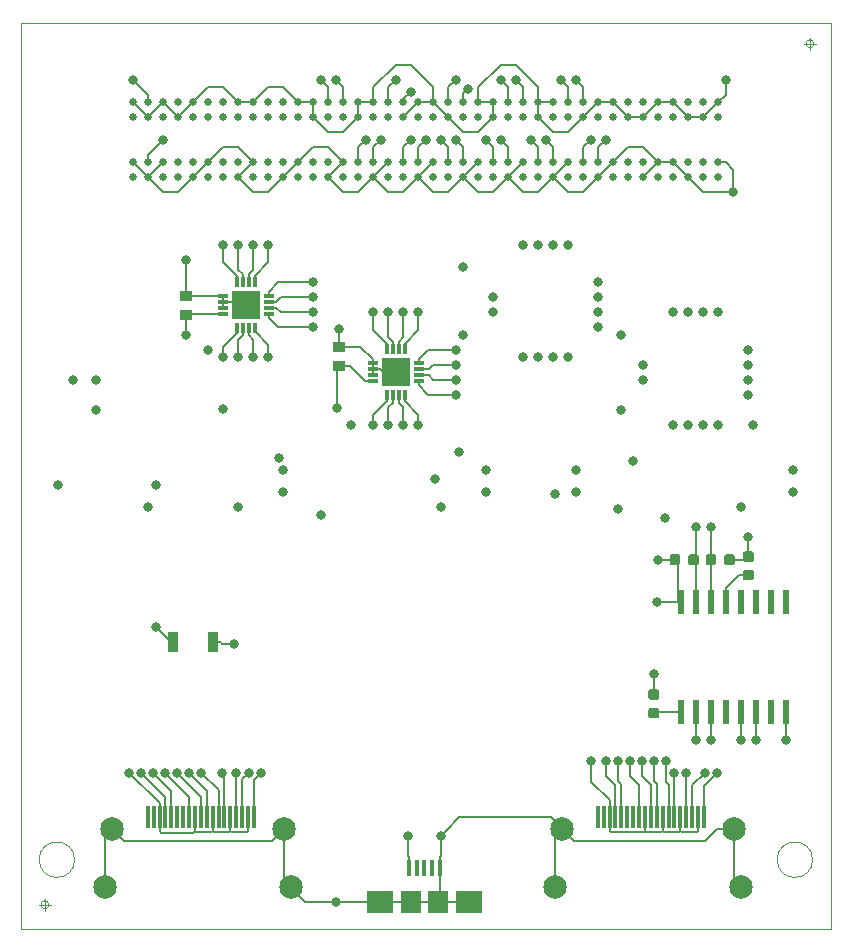
<source format=gtl>
%TF.GenerationSoftware,KiCad,Pcbnew,(5.1.5-0-10_14)*%
%TF.CreationDate,2020-01-10T14:35:19+01:00*%
%TF.ProjectId,adapter_hybrid_assister,61646170-7465-4725-9f68-79627269645f,rev?*%
%TF.SameCoordinates,PX6312cb0PY8accb70*%
%TF.FileFunction,Copper,L1,Top*%
%TF.FilePolarity,Positive*%
%FSLAX45Y45*%
G04 Gerber Fmt 4.5, Leading zero omitted, Abs format (unit mm)*
G04 Created by KiCad (PCBNEW (5.1.5-0-10_14)) date 2020-01-10 14:35:19*
%MOMM*%
%LPD*%
G04 APERTURE LIST*
%TA.AperFunction,Profile*%
%ADD10C,0.050000*%
%TD*%
%TA.AperFunction,Profile*%
%ADD11C,0.100000*%
%TD*%
%TA.AperFunction,SMDPad,CuDef*%
%ADD12R,1.000000X0.950000*%
%TD*%
%TA.AperFunction,SMDPad,CuDef*%
%ADD13R,2.400000X2.400000*%
%TD*%
%TA.AperFunction,SMDPad,CuDef*%
%ADD14R,0.850000X0.300000*%
%TD*%
%TA.AperFunction,SMDPad,CuDef*%
%ADD15R,0.300000X0.850000*%
%TD*%
%TA.AperFunction,SMDPad,CuDef*%
%ADD16C,0.100000*%
%TD*%
%TA.AperFunction,SMDPad,CuDef*%
%ADD17R,0.810000X1.820000*%
%TD*%
%TA.AperFunction,SMDPad,CuDef*%
%ADD18R,0.600000X2.060000*%
%TD*%
%TA.AperFunction,SMDPad,CuDef*%
%ADD19R,2.300000X1.900000*%
%TD*%
%TA.AperFunction,SMDPad,CuDef*%
%ADD20R,1.800000X1.900000*%
%TD*%
%TA.AperFunction,SMDPad,CuDef*%
%ADD21R,0.400000X1.400000*%
%TD*%
%TA.AperFunction,BGAPad,CuDef*%
%ADD22C,0.640000*%
%TD*%
%TA.AperFunction,ComponentPad*%
%ADD23C,1.995000*%
%TD*%
%TA.AperFunction,SMDPad,CuDef*%
%ADD24R,0.300000X1.900000*%
%TD*%
%TA.AperFunction,ViaPad*%
%ADD25C,0.800000*%
%TD*%
%TA.AperFunction,Conductor*%
%ADD26C,0.200000*%
%TD*%
G04 APERTURE END LIST*
D10*
X6713533Y7493000D02*
G75*
G03X6713533Y7493000I-33333J0D01*
G01*
X6630200Y7493000D02*
X6730200Y7493000D01*
X6680200Y7543000D02*
X6680200Y7443000D01*
X236533Y203200D02*
G75*
G03X236533Y203200I-33333J0D01*
G01*
X153200Y203200D02*
X253200Y203200D01*
X203200Y253200D02*
X203200Y153200D01*
X454800Y584200D02*
G75*
G03X454800Y584200I-150000J0D01*
G01*
X6703200Y584200D02*
G75*
G03X6703200Y584200I-150000J0D01*
G01*
X0Y0D02*
X0Y7670800D01*
X6858000Y7670800D02*
X6858000Y0D01*
D11*
X0Y7670800D02*
X6858000Y7670800D01*
X6858000Y0D02*
X0Y0D01*
D12*
%TO.P,C6,2*%
%TO.N,GNDREF*%
X1397000Y5359400D03*
%TO.P,C6,1*%
%TO.N,3.3V*%
X1397000Y5199400D03*
%TD*%
%TO.P,C8,2*%
%TO.N,GNDREF*%
X2692400Y4927600D03*
%TO.P,C8,1*%
%TO.N,3.3V*%
X2692400Y4767600D03*
%TD*%
D13*
%TO.P,U6,17*%
%TO.N,GNDREF*%
X1905000Y5283200D03*
D14*
%TO.P,U6,16*%
%TO.N,3.3V*%
X2100000Y5358200D03*
%TO.P,U6,15*%
%TO.N,PE*%
X2100000Y5308200D03*
%TO.P,U6,14*%
%TO.N,3.3V*%
X2100000Y5258200D03*
%TO.P,U6,13*%
X2100000Y5208200D03*
D15*
%TO.P,U6,12*%
%TO.N,H_TRG_1P*%
X1980000Y5088200D03*
%TO.P,U6,11*%
%TO.N,H_TRG_1N*%
X1930000Y5088200D03*
%TO.P,U6,10*%
%TO.N,H_BCLK_1P*%
X1880000Y5088200D03*
%TO.P,U6,9*%
%TO.N,H_BCLK_1N*%
X1830000Y5088200D03*
D14*
%TO.P,U6,8*%
%TO.N,3.3V*%
X1710000Y5208200D03*
%TO.P,U6,7*%
%TO.N,GNDREF*%
X1710000Y5258200D03*
%TO.P,U6,6*%
X1710000Y5308200D03*
%TO.P,U6,5*%
X1710000Y5358200D03*
D15*
%TO.P,U6,4*%
%TO.N,BCLK_1N*%
X1830000Y5478200D03*
%TO.P,U6,3*%
%TO.N,BCLK_1P*%
X1880000Y5478200D03*
%TO.P,U6,2*%
%TO.N,TRG_1N*%
X1930000Y5478200D03*
%TO.P,U6,1*%
%TO.N,TRG_1P*%
X1980000Y5478200D03*
%TD*%
D13*
%TO.P,U8,17*%
%TO.N,GNDREF*%
X3175000Y4711700D03*
D14*
%TO.P,U8,16*%
%TO.N,3.3V*%
X3370000Y4786700D03*
%TO.P,U8,15*%
%TO.N,PE*%
X3370000Y4736700D03*
%TO.P,U8,14*%
%TO.N,3.3V*%
X3370000Y4686700D03*
%TO.P,U8,13*%
X3370000Y4636700D03*
D15*
%TO.P,U8,12*%
%TO.N,H_TRG_2P*%
X3250000Y4516700D03*
%TO.P,U8,11*%
%TO.N,H_TRG_2N*%
X3200000Y4516700D03*
%TO.P,U8,10*%
%TO.N,H_BCLK_2P*%
X3150000Y4516700D03*
%TO.P,U8,9*%
%TO.N,H_BCLK_2N*%
X3100000Y4516700D03*
D14*
%TO.P,U8,8*%
%TO.N,3.3V*%
X2980000Y4636700D03*
%TO.P,U8,7*%
%TO.N,GNDREF*%
X2980000Y4686700D03*
%TO.P,U8,6*%
X2980000Y4736700D03*
%TO.P,U8,5*%
X2980000Y4786700D03*
D15*
%TO.P,U8,4*%
%TO.N,BCLK_2N*%
X3100000Y4906700D03*
%TO.P,U8,3*%
%TO.N,BCLK_2P*%
X3150000Y4906700D03*
%TO.P,U8,2*%
%TO.N,TRG_2N*%
X3200000Y4906700D03*
%TO.P,U8,1*%
%TO.N,TRG_2P*%
X3250000Y4906700D03*
%TD*%
%TA.AperFunction,SMDPad,CuDef*%
D16*
%TO.P,R31,2*%
%TO.N,SDA1B*%
G36*
X5718719Y3171595D02*
G01*
X5720843Y3171280D01*
X5722925Y3170758D01*
X5724946Y3170035D01*
X5726887Y3169117D01*
X5728728Y3168013D01*
X5730452Y3166735D01*
X5732043Y3165293D01*
X5733485Y3163702D01*
X5734763Y3161978D01*
X5735867Y3160137D01*
X5736785Y3158196D01*
X5737508Y3156175D01*
X5738030Y3154093D01*
X5738345Y3151969D01*
X5738450Y3149825D01*
X5738450Y3098575D01*
X5738345Y3096431D01*
X5738030Y3094307D01*
X5737508Y3092225D01*
X5736785Y3090204D01*
X5735867Y3088263D01*
X5734763Y3086422D01*
X5733485Y3084698D01*
X5732043Y3083107D01*
X5730452Y3081665D01*
X5728728Y3080387D01*
X5726887Y3079283D01*
X5724946Y3078365D01*
X5722925Y3077642D01*
X5720843Y3077120D01*
X5718719Y3076805D01*
X5716575Y3076700D01*
X5672825Y3076700D01*
X5670681Y3076805D01*
X5668557Y3077120D01*
X5666475Y3077642D01*
X5664454Y3078365D01*
X5662513Y3079283D01*
X5660672Y3080387D01*
X5658948Y3081665D01*
X5657357Y3083107D01*
X5655915Y3084698D01*
X5654637Y3086422D01*
X5653533Y3088263D01*
X5652615Y3090204D01*
X5651892Y3092225D01*
X5651370Y3094307D01*
X5651055Y3096431D01*
X5650950Y3098575D01*
X5650950Y3149825D01*
X5651055Y3151969D01*
X5651370Y3154093D01*
X5651892Y3156175D01*
X5652615Y3158196D01*
X5653533Y3160137D01*
X5654637Y3161978D01*
X5655915Y3163702D01*
X5657357Y3165293D01*
X5658948Y3166735D01*
X5660672Y3168013D01*
X5662513Y3169117D01*
X5664454Y3170035D01*
X5666475Y3170758D01*
X5668557Y3171280D01*
X5670681Y3171595D01*
X5672825Y3171700D01*
X5716575Y3171700D01*
X5718719Y3171595D01*
G37*
%TD.AperFunction*%
%TA.AperFunction,SMDPad,CuDef*%
%TO.P,R31,1*%
%TO.N,3.3V*%
G36*
X5561219Y3171595D02*
G01*
X5563343Y3171280D01*
X5565425Y3170758D01*
X5567446Y3170035D01*
X5569387Y3169117D01*
X5571228Y3168013D01*
X5572952Y3166735D01*
X5574543Y3165293D01*
X5575985Y3163702D01*
X5577263Y3161978D01*
X5578367Y3160137D01*
X5579285Y3158196D01*
X5580008Y3156175D01*
X5580530Y3154093D01*
X5580845Y3151969D01*
X5580950Y3149825D01*
X5580950Y3098575D01*
X5580845Y3096431D01*
X5580530Y3094307D01*
X5580008Y3092225D01*
X5579285Y3090204D01*
X5578367Y3088263D01*
X5577263Y3086422D01*
X5575985Y3084698D01*
X5574543Y3083107D01*
X5572952Y3081665D01*
X5571228Y3080387D01*
X5569387Y3079283D01*
X5567446Y3078365D01*
X5565425Y3077642D01*
X5563343Y3077120D01*
X5561219Y3076805D01*
X5559075Y3076700D01*
X5515325Y3076700D01*
X5513181Y3076805D01*
X5511057Y3077120D01*
X5508975Y3077642D01*
X5506954Y3078365D01*
X5505013Y3079283D01*
X5503172Y3080387D01*
X5501448Y3081665D01*
X5499857Y3083107D01*
X5498415Y3084698D01*
X5497137Y3086422D01*
X5496033Y3088263D01*
X5495115Y3090204D01*
X5494392Y3092225D01*
X5493870Y3094307D01*
X5493555Y3096431D01*
X5493450Y3098575D01*
X5493450Y3149825D01*
X5493555Y3151969D01*
X5493870Y3154093D01*
X5494392Y3156175D01*
X5495115Y3158196D01*
X5496033Y3160137D01*
X5497137Y3161978D01*
X5498415Y3163702D01*
X5499857Y3165293D01*
X5501448Y3166735D01*
X5503172Y3168013D01*
X5505013Y3169117D01*
X5506954Y3170035D01*
X5508975Y3170758D01*
X5511057Y3171280D01*
X5513181Y3171595D01*
X5515325Y3171700D01*
X5559075Y3171700D01*
X5561219Y3171595D01*
G37*
%TD.AperFunction*%
%TD*%
%TA.AperFunction,SMDPad,CuDef*%
%TO.P,R32,2*%
%TO.N,SCL1B*%
G36*
X5866019Y3171595D02*
G01*
X5868143Y3171280D01*
X5870225Y3170758D01*
X5872246Y3170035D01*
X5874187Y3169117D01*
X5876028Y3168013D01*
X5877752Y3166735D01*
X5879343Y3165293D01*
X5880785Y3163702D01*
X5882063Y3161978D01*
X5883167Y3160137D01*
X5884085Y3158196D01*
X5884808Y3156175D01*
X5885330Y3154093D01*
X5885645Y3151969D01*
X5885750Y3149825D01*
X5885750Y3098575D01*
X5885645Y3096431D01*
X5885330Y3094307D01*
X5884808Y3092225D01*
X5884085Y3090204D01*
X5883167Y3088263D01*
X5882063Y3086422D01*
X5880785Y3084698D01*
X5879343Y3083107D01*
X5877752Y3081665D01*
X5876028Y3080387D01*
X5874187Y3079283D01*
X5872246Y3078365D01*
X5870225Y3077642D01*
X5868143Y3077120D01*
X5866019Y3076805D01*
X5863875Y3076700D01*
X5820125Y3076700D01*
X5817981Y3076805D01*
X5815857Y3077120D01*
X5813775Y3077642D01*
X5811754Y3078365D01*
X5809813Y3079283D01*
X5807972Y3080387D01*
X5806248Y3081665D01*
X5804657Y3083107D01*
X5803215Y3084698D01*
X5801937Y3086422D01*
X5800833Y3088263D01*
X5799915Y3090204D01*
X5799192Y3092225D01*
X5798670Y3094307D01*
X5798355Y3096431D01*
X5798250Y3098575D01*
X5798250Y3149825D01*
X5798355Y3151969D01*
X5798670Y3154093D01*
X5799192Y3156175D01*
X5799915Y3158196D01*
X5800833Y3160137D01*
X5801937Y3161978D01*
X5803215Y3163702D01*
X5804657Y3165293D01*
X5806248Y3166735D01*
X5807972Y3168013D01*
X5809813Y3169117D01*
X5811754Y3170035D01*
X5813775Y3170758D01*
X5815857Y3171280D01*
X5817981Y3171595D01*
X5820125Y3171700D01*
X5863875Y3171700D01*
X5866019Y3171595D01*
G37*
%TD.AperFunction*%
%TA.AperFunction,SMDPad,CuDef*%
%TO.P,R32,1*%
%TO.N,3.3V*%
G36*
X6023519Y3171595D02*
G01*
X6025643Y3171280D01*
X6027725Y3170758D01*
X6029746Y3170035D01*
X6031687Y3169117D01*
X6033528Y3168013D01*
X6035252Y3166735D01*
X6036843Y3165293D01*
X6038285Y3163702D01*
X6039563Y3161978D01*
X6040667Y3160137D01*
X6041585Y3158196D01*
X6042308Y3156175D01*
X6042830Y3154093D01*
X6043145Y3151969D01*
X6043250Y3149825D01*
X6043250Y3098575D01*
X6043145Y3096431D01*
X6042830Y3094307D01*
X6042308Y3092225D01*
X6041585Y3090204D01*
X6040667Y3088263D01*
X6039563Y3086422D01*
X6038285Y3084698D01*
X6036843Y3083107D01*
X6035252Y3081665D01*
X6033528Y3080387D01*
X6031687Y3079283D01*
X6029746Y3078365D01*
X6027725Y3077642D01*
X6025643Y3077120D01*
X6023519Y3076805D01*
X6021375Y3076700D01*
X5977625Y3076700D01*
X5975481Y3076805D01*
X5973357Y3077120D01*
X5971275Y3077642D01*
X5969254Y3078365D01*
X5967313Y3079283D01*
X5965472Y3080387D01*
X5963748Y3081665D01*
X5962157Y3083107D01*
X5960715Y3084698D01*
X5959437Y3086422D01*
X5958333Y3088263D01*
X5957415Y3090204D01*
X5956692Y3092225D01*
X5956170Y3094307D01*
X5955855Y3096431D01*
X5955750Y3098575D01*
X5955750Y3149825D01*
X5955855Y3151969D01*
X5956170Y3154093D01*
X5956692Y3156175D01*
X5957415Y3158196D01*
X5958333Y3160137D01*
X5959437Y3161978D01*
X5960715Y3163702D01*
X5962157Y3165293D01*
X5963748Y3166735D01*
X5965472Y3168013D01*
X5967313Y3169117D01*
X5969254Y3170035D01*
X5971275Y3170758D01*
X5973357Y3171280D01*
X5975481Y3171595D01*
X5977625Y3171700D01*
X6021375Y3171700D01*
X6023519Y3171595D01*
G37*
%TD.AperFunction*%
%TD*%
%TA.AperFunction,SMDPad,CuDef*%
%TO.P,R33,2*%
%TO.N,/A0*%
G36*
X5387169Y1868695D02*
G01*
X5389293Y1868380D01*
X5391375Y1867858D01*
X5393396Y1867135D01*
X5395337Y1866217D01*
X5397178Y1865113D01*
X5398902Y1863835D01*
X5400493Y1862393D01*
X5401935Y1860802D01*
X5403213Y1859078D01*
X5404317Y1857237D01*
X5405235Y1855296D01*
X5405958Y1853275D01*
X5406480Y1851193D01*
X5406795Y1849069D01*
X5406900Y1846925D01*
X5406900Y1803175D01*
X5406795Y1801031D01*
X5406480Y1798907D01*
X5405958Y1796825D01*
X5405235Y1794804D01*
X5404317Y1792863D01*
X5403213Y1791022D01*
X5401935Y1789298D01*
X5400493Y1787707D01*
X5398902Y1786265D01*
X5397178Y1784987D01*
X5395337Y1783883D01*
X5393396Y1782965D01*
X5391375Y1782242D01*
X5389293Y1781720D01*
X5387169Y1781405D01*
X5385025Y1781300D01*
X5333775Y1781300D01*
X5331631Y1781405D01*
X5329507Y1781720D01*
X5327425Y1782242D01*
X5325404Y1782965D01*
X5323463Y1783883D01*
X5321622Y1784987D01*
X5319898Y1786265D01*
X5318307Y1787707D01*
X5316865Y1789298D01*
X5315587Y1791022D01*
X5314483Y1792863D01*
X5313565Y1794804D01*
X5312842Y1796825D01*
X5312320Y1798907D01*
X5312005Y1801031D01*
X5311900Y1803175D01*
X5311900Y1846925D01*
X5312005Y1849069D01*
X5312320Y1851193D01*
X5312842Y1853275D01*
X5313565Y1855296D01*
X5314483Y1857237D01*
X5315587Y1859078D01*
X5316865Y1860802D01*
X5318307Y1862393D01*
X5319898Y1863835D01*
X5321622Y1865113D01*
X5323463Y1866217D01*
X5325404Y1867135D01*
X5327425Y1867858D01*
X5329507Y1868380D01*
X5331631Y1868695D01*
X5333775Y1868800D01*
X5385025Y1868800D01*
X5387169Y1868695D01*
G37*
%TD.AperFunction*%
%TA.AperFunction,SMDPad,CuDef*%
%TO.P,R33,1*%
%TO.N,3.3V*%
G36*
X5387169Y2026195D02*
G01*
X5389293Y2025880D01*
X5391375Y2025358D01*
X5393396Y2024635D01*
X5395337Y2023717D01*
X5397178Y2022613D01*
X5398902Y2021335D01*
X5400493Y2019893D01*
X5401935Y2018302D01*
X5403213Y2016578D01*
X5404317Y2014737D01*
X5405235Y2012796D01*
X5405958Y2010775D01*
X5406480Y2008693D01*
X5406795Y2006569D01*
X5406900Y2004425D01*
X5406900Y1960675D01*
X5406795Y1958531D01*
X5406480Y1956407D01*
X5405958Y1954325D01*
X5405235Y1952304D01*
X5404317Y1950363D01*
X5403213Y1948522D01*
X5401935Y1946798D01*
X5400493Y1945207D01*
X5398902Y1943765D01*
X5397178Y1942487D01*
X5395337Y1941383D01*
X5393396Y1940465D01*
X5391375Y1939742D01*
X5389293Y1939220D01*
X5387169Y1938905D01*
X5385025Y1938800D01*
X5333775Y1938800D01*
X5331631Y1938905D01*
X5329507Y1939220D01*
X5327425Y1939742D01*
X5325404Y1940465D01*
X5323463Y1941383D01*
X5321622Y1942487D01*
X5319898Y1943765D01*
X5318307Y1945207D01*
X5316865Y1946798D01*
X5315587Y1948522D01*
X5314483Y1950363D01*
X5313565Y1952304D01*
X5312842Y1954325D01*
X5312320Y1956407D01*
X5312005Y1958531D01*
X5311900Y1960675D01*
X5311900Y2004425D01*
X5312005Y2006569D01*
X5312320Y2008693D01*
X5312842Y2010775D01*
X5313565Y2012796D01*
X5314483Y2014737D01*
X5315587Y2016578D01*
X5316865Y2018302D01*
X5318307Y2019893D01*
X5319898Y2021335D01*
X5321622Y2022613D01*
X5323463Y2023717D01*
X5325404Y2024635D01*
X5327425Y2025358D01*
X5329507Y2025880D01*
X5331631Y2026195D01*
X5333775Y2026300D01*
X5385025Y2026300D01*
X5387169Y2026195D01*
G37*
%TD.AperFunction*%
%TD*%
%TA.AperFunction,SMDPad,CuDef*%
%TO.P,R34,2*%
%TO.N,/~INT*%
G36*
X6187269Y3037095D02*
G01*
X6189393Y3036780D01*
X6191475Y3036258D01*
X6193496Y3035535D01*
X6195437Y3034617D01*
X6197278Y3033513D01*
X6199002Y3032235D01*
X6200593Y3030793D01*
X6202035Y3029202D01*
X6203313Y3027478D01*
X6204417Y3025637D01*
X6205335Y3023696D01*
X6206058Y3021675D01*
X6206580Y3019593D01*
X6206895Y3017469D01*
X6207000Y3015325D01*
X6207000Y2971575D01*
X6206895Y2969431D01*
X6206580Y2967307D01*
X6206058Y2965225D01*
X6205335Y2963204D01*
X6204417Y2961263D01*
X6203313Y2959422D01*
X6202035Y2957698D01*
X6200593Y2956107D01*
X6199002Y2954665D01*
X6197278Y2953387D01*
X6195437Y2952283D01*
X6193496Y2951365D01*
X6191475Y2950642D01*
X6189393Y2950120D01*
X6187269Y2949805D01*
X6185125Y2949700D01*
X6133875Y2949700D01*
X6131731Y2949805D01*
X6129607Y2950120D01*
X6127525Y2950642D01*
X6125504Y2951365D01*
X6123563Y2952283D01*
X6121722Y2953387D01*
X6119998Y2954665D01*
X6118407Y2956107D01*
X6116965Y2957698D01*
X6115687Y2959422D01*
X6114583Y2961263D01*
X6113665Y2963204D01*
X6112942Y2965225D01*
X6112420Y2967307D01*
X6112105Y2969431D01*
X6112000Y2971575D01*
X6112000Y3015325D01*
X6112105Y3017469D01*
X6112420Y3019593D01*
X6112942Y3021675D01*
X6113665Y3023696D01*
X6114583Y3025637D01*
X6115687Y3027478D01*
X6116965Y3029202D01*
X6118407Y3030793D01*
X6119998Y3032235D01*
X6121722Y3033513D01*
X6123563Y3034617D01*
X6125504Y3035535D01*
X6127525Y3036258D01*
X6129607Y3036780D01*
X6131731Y3037095D01*
X6133875Y3037200D01*
X6185125Y3037200D01*
X6187269Y3037095D01*
G37*
%TD.AperFunction*%
%TA.AperFunction,SMDPad,CuDef*%
%TO.P,R34,1*%
%TO.N,3.3V*%
G36*
X6187269Y3194595D02*
G01*
X6189393Y3194280D01*
X6191475Y3193758D01*
X6193496Y3193035D01*
X6195437Y3192117D01*
X6197278Y3191013D01*
X6199002Y3189735D01*
X6200593Y3188293D01*
X6202035Y3186702D01*
X6203313Y3184978D01*
X6204417Y3183137D01*
X6205335Y3181196D01*
X6206058Y3179175D01*
X6206580Y3177093D01*
X6206895Y3174969D01*
X6207000Y3172825D01*
X6207000Y3129075D01*
X6206895Y3126931D01*
X6206580Y3124807D01*
X6206058Y3122725D01*
X6205335Y3120704D01*
X6204417Y3118763D01*
X6203313Y3116922D01*
X6202035Y3115198D01*
X6200593Y3113607D01*
X6199002Y3112165D01*
X6197278Y3110887D01*
X6195437Y3109783D01*
X6193496Y3108865D01*
X6191475Y3108142D01*
X6189393Y3107620D01*
X6187269Y3107305D01*
X6185125Y3107200D01*
X6133875Y3107200D01*
X6131731Y3107305D01*
X6129607Y3107620D01*
X6127525Y3108142D01*
X6125504Y3108865D01*
X6123563Y3109783D01*
X6121722Y3110887D01*
X6119998Y3112165D01*
X6118407Y3113607D01*
X6116965Y3115198D01*
X6115687Y3116922D01*
X6114583Y3118763D01*
X6113665Y3120704D01*
X6112942Y3122725D01*
X6112420Y3124807D01*
X6112105Y3126931D01*
X6112000Y3129075D01*
X6112000Y3172825D01*
X6112105Y3174969D01*
X6112420Y3177093D01*
X6112942Y3179175D01*
X6113665Y3181196D01*
X6114583Y3183137D01*
X6115687Y3184978D01*
X6116965Y3186702D01*
X6118407Y3188293D01*
X6119998Y3189735D01*
X6121722Y3191013D01*
X6123563Y3192117D01*
X6125504Y3193035D01*
X6127525Y3193758D01*
X6129607Y3194280D01*
X6131731Y3194595D01*
X6133875Y3194700D01*
X6185125Y3194700D01*
X6187269Y3194595D01*
G37*
%TD.AperFunction*%
%TD*%
D17*
%TO.P,F1,2*%
%TO.N,/5.0V*%
X1290500Y2425700D03*
%TO.P,F1,1*%
%TO.N,/5.0V_USB*%
X1630500Y2425700D03*
%TD*%
D18*
%TO.P,U3,16*%
%TO.N,3.3V*%
X5588000Y2762700D03*
%TO.P,U3,15*%
%TO.N,SDA1B*%
X5715000Y2762700D03*
%TO.P,U3,14*%
%TO.N,SCL1B*%
X5842000Y2762700D03*
%TO.P,U3,13*%
%TO.N,/~INT*%
X5969000Y2762700D03*
%TO.P,U3,12*%
%TO.N,Net-(U3-Pad12)*%
X6096000Y2762700D03*
%TO.P,U3,11*%
%TO.N,Net-(U3-Pad11)*%
X6223000Y2762700D03*
%TO.P,U3,10*%
%TO.N,Net-(U3-Pad10)*%
X6350000Y2762700D03*
%TO.P,U3,9*%
%TO.N,Net-(U3-Pad9)*%
X6477000Y2762700D03*
%TO.P,U3,8*%
%TO.N,GNDREF*%
X6477000Y1834700D03*
%TO.P,U3,7*%
%TO.N,Net-(U3-Pad7)*%
X6350000Y1834700D03*
%TO.P,U3,6*%
%TO.N,EQ*%
X6223000Y1834700D03*
%TO.P,U3,5*%
%TO.N,PE*%
X6096000Y1834700D03*
%TO.P,U3,4*%
%TO.N,Net-(U3-Pad4)*%
X5969000Y1834700D03*
%TO.P,U3,3*%
%TO.N,GNDREF*%
X5842000Y1834700D03*
%TO.P,U3,2*%
X5715000Y1834700D03*
%TO.P,U3,1*%
%TO.N,/A0*%
X5588000Y1834700D03*
%TD*%
D19*
%TO.P,J1,MP4*%
%TO.N,GNDREF*%
X3790600Y228600D03*
D20*
%TO.P,J1,MP3*%
X3530600Y228600D03*
%TO.P,J1,MP2*%
X3300600Y228600D03*
D19*
%TO.P,J1,MP1*%
X3040600Y228600D03*
D21*
%TO.P,J1,5*%
X3545600Y513600D03*
%TO.P,J1,4*%
%TO.N,Net-(J1-Pad4)*%
X3480600Y513600D03*
%TO.P,J1,3*%
%TO.N,Net-(J1-Pad3)*%
X3415600Y513600D03*
%TO.P,J1,2*%
%TO.N,Net-(J1-Pad2)*%
X3350600Y513600D03*
%TO.P,J1,1*%
%TO.N,/5.0V_USB*%
X3285600Y513600D03*
%TD*%
D22*
%TO.P,J2,H40*%
%TO.N,Net-(J2-PadH40)*%
X952500Y6362700D03*
%TO.P,J2,H39*%
%TO.N,GNDREF*%
X1079500Y6362700D03*
%TO.P,J2,H38*%
%TO.N,Net-(J2-PadH38)*%
X1206500Y6362700D03*
%TO.P,J2,H37*%
%TO.N,Net-(J2-PadH37)*%
X1333500Y6362700D03*
%TO.P,J2,H36*%
%TO.N,GNDREF*%
X1460500Y6362700D03*
%TO.P,J2,H35*%
%TO.N,Net-(J2-PadH35)*%
X1587500Y6362700D03*
%TO.P,J2,H34*%
%TO.N,Net-(J2-PadH34)*%
X1714500Y6362700D03*
%TO.P,J2,H33*%
%TO.N,GNDREF*%
X1841500Y6362700D03*
%TO.P,J2,H32*%
%TO.N,Net-(J2-PadH32)*%
X1968500Y6362700D03*
%TO.P,J2,H31*%
%TO.N,Net-(J2-PadH31)*%
X2095500Y6362700D03*
%TO.P,J2,H30*%
%TO.N,GNDREF*%
X2222500Y6362700D03*
%TO.P,J2,H29*%
%TO.N,Net-(J2-PadH29)*%
X2349500Y6362700D03*
%TO.P,J2,H28*%
%TO.N,Net-(J2-PadH28)*%
X2476500Y6362700D03*
%TO.P,J2,H27*%
%TO.N,GNDREF*%
X2603500Y6362700D03*
%TO.P,J2,H26*%
%TO.N,Net-(J2-PadH26)*%
X2730500Y6362700D03*
%TO.P,J2,H25*%
%TO.N,Net-(J2-PadH25)*%
X2857500Y6362700D03*
%TO.P,J2,H24*%
%TO.N,GNDREF*%
X2984500Y6362700D03*
%TO.P,J2,H23*%
%TO.N,Net-(J2-PadH23)*%
X3111500Y6362700D03*
%TO.P,J2,H22*%
%TO.N,Net-(J2-PadH22)*%
X3238500Y6362700D03*
%TO.P,J2,H21*%
%TO.N,GNDREF*%
X3365500Y6362700D03*
%TO.P,J2,H20*%
%TO.N,Net-(J2-PadH20)*%
X3492500Y6362700D03*
%TO.P,J2,H19*%
%TO.N,Net-(J2-PadH19)*%
X3619500Y6362700D03*
%TO.P,J2,H18*%
%TO.N,GNDREF*%
X3746500Y6362700D03*
%TO.P,J2,H17*%
%TO.N,Net-(J2-PadH17)*%
X3873500Y6362700D03*
%TO.P,J2,H16*%
%TO.N,Net-(J2-PadH16)*%
X4000500Y6362700D03*
%TO.P,J2,H15*%
%TO.N,GNDREF*%
X4127500Y6362700D03*
%TO.P,J2,H14*%
%TO.N,Net-(J2-PadH14)*%
X4254500Y6362700D03*
%TO.P,J2,H13*%
%TO.N,Net-(J2-PadH13)*%
X4381500Y6362700D03*
%TO.P,J2,H12*%
%TO.N,GNDREF*%
X4508500Y6362700D03*
%TO.P,J2,H11*%
%TO.N,Net-(J2-PadH11)*%
X4635500Y6362700D03*
%TO.P,J2,H10*%
%TO.N,Net-(J2-PadH10)*%
X4762500Y6362700D03*
%TO.P,J2,H9*%
%TO.N,GNDREF*%
X4889500Y6362700D03*
%TO.P,J2,H8*%
%TO.N,Net-(J2-PadH8)*%
X5016500Y6362700D03*
%TO.P,J2,H7*%
%TO.N,Net-(J2-PadH7)*%
X5143500Y6362700D03*
%TO.P,J2,H6*%
%TO.N,GNDREF*%
X5270500Y6362700D03*
%TO.P,J2,H5*%
%TO.N,Net-(J2-PadH5)*%
X5397500Y6362700D03*
%TO.P,J2,H4*%
%TO.N,Net-(J2-PadH4)*%
X5524500Y6362700D03*
%TO.P,J2,H3*%
%TO.N,GNDREF*%
X5651500Y6362700D03*
%TO.P,J2,H2*%
%TO.N,Net-(J2-PadH2)*%
X5778500Y6362700D03*
%TO.P,J2,H1*%
%TO.N,Net-(J2-PadH1)*%
X5905500Y6362700D03*
%TO.P,J2,G40*%
%TO.N,GNDREF*%
X952500Y6489700D03*
%TO.P,J2,G39*%
%TO.N,2.5V_VADJ_FMC*%
X1079500Y6489700D03*
%TO.P,J2,G38*%
%TO.N,GNDREF*%
X1206500Y6489700D03*
%TO.P,J2,G37*%
%TO.N,Net-(J2-PadG37)*%
X1333500Y6489700D03*
%TO.P,J2,G36*%
%TO.N,Net-(J2-PadG36)*%
X1460500Y6489700D03*
%TO.P,J2,G35*%
%TO.N,GNDREF*%
X1587500Y6489700D03*
%TO.P,J2,G34*%
%TO.N,Net-(J2-PadG34)*%
X1714500Y6489700D03*
%TO.P,J2,G33*%
%TO.N,Net-(J2-PadG33)*%
X1841500Y6489700D03*
%TO.P,J2,G32*%
%TO.N,GNDREF*%
X1968500Y6489700D03*
%TO.P,J2,G31*%
%TO.N,Net-(J2-PadG31)*%
X2095500Y6489700D03*
%TO.P,J2,G30*%
%TO.N,Net-(J2-PadG30)*%
X2222500Y6489700D03*
%TO.P,J2,G29*%
%TO.N,GNDREF*%
X2349500Y6489700D03*
%TO.P,J2,G28*%
%TO.N,Net-(J2-PadG28)*%
X2476500Y6489700D03*
%TO.P,J2,G27*%
%TO.N,Net-(J2-PadG27)*%
X2603500Y6489700D03*
%TO.P,J2,G26*%
%TO.N,GNDREF*%
X2730500Y6489700D03*
%TO.P,J2,G25*%
%TO.N,SDA1B*%
X2857500Y6489700D03*
%TO.P,J2,G24*%
%TO.N,SCL1B*%
X2984500Y6489700D03*
%TO.P,J2,G23*%
%TO.N,GNDREF*%
X3111500Y6489700D03*
%TO.P,J2,G22*%
%TO.N,SDA0B_2*%
X3238500Y6489700D03*
%TO.P,J2,G21*%
%TO.N,SCL0B_2*%
X3365500Y6489700D03*
%TO.P,J2,G20*%
%TO.N,GNDREF*%
X3492500Y6489700D03*
%TO.P,J2,G19*%
%TO.N,BCLK_2N*%
X3619500Y6489700D03*
%TO.P,J2,G18*%
%TO.N,BCLK_2P*%
X3746500Y6489700D03*
%TO.P,J2,G17*%
%TO.N,GNDREF*%
X3873500Y6489700D03*
%TO.P,J2,G16*%
%TO.N,TRG_2N*%
X4000500Y6489700D03*
%TO.P,J2,G15*%
%TO.N,TRG_2P*%
X4127500Y6489700D03*
%TO.P,J2,G14*%
%TO.N,GNDREF*%
X4254500Y6489700D03*
%TO.P,J2,G13*%
%TO.N,D_OUT_M2_2N*%
X4381500Y6489700D03*
%TO.P,J2,G12*%
%TO.N,D_OUT_M2_2P*%
X4508500Y6489700D03*
%TO.P,J2,G11*%
%TO.N,GNDREF*%
X4635500Y6489700D03*
%TO.P,J2,G10*%
%TO.N,D_OUT_M1_2N*%
X4762500Y6489700D03*
%TO.P,J2,G9*%
%TO.N,D_OUT_M1_2P*%
X4889500Y6489700D03*
%TO.P,J2,G8*%
%TO.N,GNDREF*%
X5016500Y6489700D03*
%TO.P,J2,G7*%
%TO.N,Net-(J2-PadG7)*%
X5143500Y6489700D03*
%TO.P,J2,G6*%
%TO.N,Net-(J2-PadG6)*%
X5270500Y6489700D03*
%TO.P,J2,G5*%
%TO.N,GNDREF*%
X5397500Y6489700D03*
%TO.P,J2,G4*%
X5524500Y6489700D03*
%TO.P,J2,G3*%
%TO.N,Net-(J2-PadG3)*%
X5651500Y6489700D03*
%TO.P,J2,G2*%
%TO.N,Net-(J2-PadG2)*%
X5778500Y6489700D03*
%TO.P,J2,G1*%
%TO.N,GNDREF*%
X5905500Y6489700D03*
%TO.P,J2,D40*%
%TO.N,Net-(J2-PadD40)*%
X952500Y6870700D03*
%TO.P,J2,D39*%
%TO.N,GNDREF*%
X1079500Y6870700D03*
%TO.P,J2,D38*%
%TO.N,Net-(J2-PadD38)*%
X1206500Y6870700D03*
%TO.P,J2,D37*%
%TO.N,GNDREF*%
X1333500Y6870700D03*
%TO.P,J2,D36*%
%TO.N,Net-(J2-PadD36)*%
X1460500Y6870700D03*
%TO.P,J2,D35*%
%TO.N,Net-(J2-PadD35)*%
X1587500Y6870700D03*
%TO.P,J2,D34*%
%TO.N,Net-(J2-PadD34)*%
X1714500Y6870700D03*
%TO.P,J2,D33*%
%TO.N,Net-(J2-PadD33)*%
X1841500Y6870700D03*
%TO.P,J2,D32*%
%TO.N,Net-(J2-PadD32)*%
X1968500Y6870700D03*
%TO.P,J2,D31*%
%TO.N,Net-(J2-PadD31)*%
X2095500Y6870700D03*
%TO.P,J2,D30*%
%TO.N,Net-(J2-PadD30)*%
X2222500Y6870700D03*
%TO.P,J2,D29*%
%TO.N,Net-(J2-PadD29)*%
X2349500Y6870700D03*
%TO.P,J2,D28*%
%TO.N,GNDREF*%
X2476500Y6870700D03*
%TO.P,J2,D27*%
%TO.N,Net-(J2-PadD27)*%
X2603500Y6870700D03*
%TO.P,J2,D26*%
%TO.N,Net-(J2-PadD26)*%
X2730500Y6870700D03*
%TO.P,J2,D25*%
%TO.N,GNDREF*%
X2857500Y6870700D03*
%TO.P,J2,D24*%
%TO.N,Net-(J2-PadD24)*%
X2984500Y6870700D03*
%TO.P,J2,D23*%
%TO.N,Net-(J2-PadD23)*%
X3111500Y6870700D03*
%TO.P,J2,D22*%
%TO.N,GNDREF*%
X3238500Y6870700D03*
%TO.P,J2,D21*%
%TO.N,Net-(J2-PadD21)*%
X3365500Y6870700D03*
%TO.P,J2,D20*%
%TO.N,Net-(J2-PadD20)*%
X3492500Y6870700D03*
%TO.P,J2,D19*%
%TO.N,GNDREF*%
X3619500Y6870700D03*
%TO.P,J2,D18*%
%TO.N,Net-(J2-PadD18)*%
X3746500Y6870700D03*
%TO.P,J2,D17*%
%TO.N,Net-(J2-PadD17)*%
X3873500Y6870700D03*
%TO.P,J2,D16*%
%TO.N,GNDREF*%
X4000500Y6870700D03*
%TO.P,J2,D15*%
%TO.N,Net-(J2-PadD15)*%
X4127500Y6870700D03*
%TO.P,J2,D14*%
%TO.N,Net-(J2-PadD14)*%
X4254500Y6870700D03*
%TO.P,J2,D13*%
%TO.N,GNDREF*%
X4381500Y6870700D03*
%TO.P,J2,D12*%
%TO.N,Net-(J2-PadD12)*%
X4508500Y6870700D03*
%TO.P,J2,D11*%
%TO.N,Net-(J2-PadD11)*%
X4635500Y6870700D03*
%TO.P,J2,D10*%
%TO.N,GNDREF*%
X4762500Y6870700D03*
%TO.P,J2,D9*%
%TO.N,Net-(J2-PadD9)*%
X4889500Y6870700D03*
%TO.P,J2,D8*%
%TO.N,Net-(J2-PadD8)*%
X5016500Y6870700D03*
%TO.P,J2,D7*%
%TO.N,GNDREF*%
X5143500Y6870700D03*
%TO.P,J2,D6*%
X5270500Y6870700D03*
%TO.P,J2,D5*%
%TO.N,Net-(J2-PadD5)*%
X5397500Y6870700D03*
%TO.P,J2,D4*%
%TO.N,Net-(J2-PadD4)*%
X5524500Y6870700D03*
%TO.P,J2,D3*%
%TO.N,GNDREF*%
X5651500Y6870700D03*
%TO.P,J2,D2*%
X5778500Y6870700D03*
%TO.P,J2,D1*%
%TO.N,Net-(J2-PadD1)*%
X5905500Y6870700D03*
%TO.P,J2,C40*%
%TO.N,GNDREF*%
X952500Y6997700D03*
%TO.P,J2,C39*%
%TO.N,3.3V_FMC*%
X1079500Y6997700D03*
%TO.P,J2,C38*%
%TO.N,GNDREF*%
X1206500Y6997700D03*
%TO.P,J2,C37*%
%TO.N,Net-(J2-PadC37)*%
X1333500Y6997700D03*
%TO.P,J2,C36*%
%TO.N,GNDREF*%
X1460500Y6997700D03*
%TO.P,J2,C35*%
%TO.N,Net-(J2-PadC35)*%
X1587500Y6997700D03*
%TO.P,J2,C34*%
%TO.N,Net-(J2-PadC34)*%
X1714500Y6997700D03*
%TO.P,J2,C33*%
%TO.N,GNDREF*%
X1841500Y6997700D03*
%TO.P,J2,C32*%
X1968500Y6997700D03*
%TO.P,J2,C31*%
%TO.N,Net-(J2-PadC31)*%
X2095500Y6997700D03*
%TO.P,J2,C30*%
%TO.N,Net-(J2-PadC30)*%
X2222500Y6997700D03*
%TO.P,J2,C29*%
%TO.N,GNDREF*%
X2349500Y6997700D03*
%TO.P,J2,C28*%
X2476500Y6997700D03*
%TO.P,J2,C27*%
%TO.N,SDA0B_1*%
X2603500Y6997700D03*
%TO.P,J2,C26*%
%TO.N,SCL0B_1*%
X2730500Y6997700D03*
%TO.P,J2,C25*%
%TO.N,GNDREF*%
X2857500Y6997700D03*
%TO.P,J2,C24*%
X2984500Y6997700D03*
%TO.P,J2,C23*%
%TO.N,BCLK_1N*%
X3111500Y6997700D03*
%TO.P,J2,C22*%
%TO.N,BCLK_1P*%
X3238500Y6997700D03*
%TO.P,J2,C21*%
%TO.N,GNDREF*%
X3365500Y6997700D03*
%TO.P,J2,C20*%
X3492500Y6997700D03*
%TO.P,J2,C19*%
%TO.N,TRG_1N*%
X3619500Y6997700D03*
%TO.P,J2,C18*%
%TO.N,TRG_1P*%
X3746500Y6997700D03*
%TO.P,J2,C17*%
%TO.N,GNDREF*%
X3873500Y6997700D03*
%TO.P,J2,C16*%
X4000500Y6997700D03*
%TO.P,J2,C15*%
%TO.N,/D_OUT_M2_1N*%
X4127500Y6997700D03*
%TO.P,J2,C14*%
%TO.N,/D_OUT_M2_1P*%
X4254500Y6997700D03*
%TO.P,J2,C13*%
%TO.N,GNDREF*%
X4381500Y6997700D03*
%TO.P,J2,C12*%
X4508500Y6997700D03*
%TO.P,J2,C11*%
%TO.N,/D_OUT_M1_1N*%
X4635500Y6997700D03*
%TO.P,J2,C10*%
%TO.N,/D_OUT_M1_1P*%
X4762500Y6997700D03*
%TO.P,J2,C9*%
%TO.N,GNDREF*%
X4889500Y6997700D03*
%TO.P,J2,C8*%
X5016500Y6997700D03*
%TO.P,J2,C7*%
%TO.N,Net-(J2-PadC7)*%
X5143500Y6997700D03*
%TO.P,J2,C6*%
%TO.N,Net-(J2-PadC6)*%
X5270500Y6997700D03*
%TO.P,J2,C5*%
%TO.N,GNDREF*%
X5397500Y6997700D03*
%TO.P,J2,C4*%
X5524500Y6997700D03*
%TO.P,J2,C3*%
%TO.N,Net-(J2-PadC3)*%
X5651500Y6997700D03*
%TO.P,J2,C2*%
%TO.N,Net-(J2-PadC2)*%
X5778500Y6997700D03*
%TO.P,J2,C1*%
%TO.N,GNDREF*%
X5905500Y6997700D03*
%TD*%
D23*
%TO.P,J4,MH4*%
%TO.N,GNDREF*%
X6093900Y353800D03*
%TO.P,J4,MH3*%
X4523900Y353800D03*
%TO.P,J4,MH2*%
X6033900Y843800D03*
%TO.P,J4,MH1*%
X4583900Y843800D03*
D24*
%TO.P,J4,19*%
%TO.N,Net-(J4-Pad19)*%
X4883900Y943800D03*
%TO.P,J4,18*%
%TO.N,Net-(J4-Pad18)*%
X4933900Y943800D03*
%TO.P,J4,17*%
%TO.N,GNDREF*%
X4983900Y943800D03*
%TO.P,J4,16*%
%TO.N,H_SDA0B_2*%
X5033900Y943800D03*
%TO.P,J4,15*%
%TO.N,H_SCL0B_2*%
X5083900Y943800D03*
%TO.P,J4,14*%
%TO.N,Net-(J4-Pad14)*%
X5133900Y943800D03*
%TO.P,J4,13*%
%TO.N,Net-(J4-Pad13)*%
X5183900Y943800D03*
%TO.P,J4,12*%
%TO.N,H_BCLK_2N*%
X5233900Y943800D03*
%TO.P,J4,11*%
%TO.N,GNDREF*%
X5283900Y943800D03*
%TO.P,J4,10*%
%TO.N,H_BCLK_2P*%
X5333900Y943800D03*
%TO.P,J4,9*%
%TO.N,H_TRG_2N*%
X5383900Y943800D03*
%TO.P,J4,8*%
%TO.N,GNDREF*%
X5433900Y943800D03*
%TO.P,J4,7*%
%TO.N,H_TRG_2P*%
X5483900Y943800D03*
%TO.P,J4,6*%
%TO.N,H_DOUT_M2_2N*%
X5533900Y943800D03*
%TO.P,J4,5*%
%TO.N,GNDREF*%
X5583900Y943800D03*
%TO.P,J4,4*%
%TO.N,H_DOUT_M2_2P*%
X5633900Y943800D03*
%TO.P,J4,3*%
%TO.N,H_DOUT_M1_2N*%
X5683900Y943800D03*
%TO.P,J4,2*%
%TO.N,GNDREF*%
X5733900Y943800D03*
%TO.P,J4,1*%
%TO.N,H_DOUT_M1_2P*%
X5783900Y943800D03*
%TD*%
D23*
%TO.P,J3,MH4*%
%TO.N,GNDREF*%
X2283900Y353800D03*
%TO.P,J3,MH3*%
X713900Y353800D03*
%TO.P,J3,MH2*%
X2223900Y843800D03*
%TO.P,J3,MH1*%
X773900Y843800D03*
D24*
%TO.P,J3,19*%
%TO.N,Net-(J3-Pad19)*%
X1073900Y943800D03*
%TO.P,J3,18*%
%TO.N,Net-(J3-Pad18)*%
X1123900Y943800D03*
%TO.P,J3,17*%
%TO.N,GNDREF*%
X1173900Y943800D03*
%TO.P,J3,16*%
%TO.N,H_SDA0B_1*%
X1223900Y943800D03*
%TO.P,J3,15*%
%TO.N,H_SCL0B_1*%
X1273900Y943800D03*
%TO.P,J3,14*%
%TO.N,Net-(J3-Pad14)*%
X1323900Y943800D03*
%TO.P,J3,13*%
%TO.N,Net-(J3-Pad13)*%
X1373900Y943800D03*
%TO.P,J3,12*%
%TO.N,H_BCLK_1N*%
X1423900Y943800D03*
%TO.P,J3,11*%
%TO.N,GNDREF*%
X1473900Y943800D03*
%TO.P,J3,10*%
%TO.N,H_BCLK_1P*%
X1523900Y943800D03*
%TO.P,J3,9*%
%TO.N,H_TRG_1N*%
X1573900Y943800D03*
%TO.P,J3,8*%
%TO.N,GNDREF*%
X1623900Y943800D03*
%TO.P,J3,7*%
%TO.N,H_TRG_1P*%
X1673900Y943800D03*
%TO.P,J3,6*%
%TO.N,H_DOUT_M2_1N*%
X1723900Y943800D03*
%TO.P,J3,5*%
%TO.N,GNDREF*%
X1773900Y943800D03*
%TO.P,J3,4*%
%TO.N,H_DOUT_M2_1P*%
X1823900Y943800D03*
%TO.P,J3,3*%
%TO.N,H_DOUT_M1_1N*%
X1873900Y943800D03*
%TO.P,J3,2*%
%TO.N,GNDREF*%
X1923900Y943800D03*
%TO.P,J3,1*%
%TO.N,H_DOUT_M1_1P*%
X1973900Y943800D03*
%TD*%
D25*
%TO.N,GNDREF*%
X5969000Y7188200D03*
X6032500Y6235700D03*
X1397000Y5664200D03*
X2692400Y5079700D03*
X4000500Y5346700D03*
X3746500Y5029200D03*
X4889500Y5219700D03*
X6159500Y4648200D03*
X5270500Y4775200D03*
X317500Y3759200D03*
X1143000Y3759200D03*
X5715000Y1600200D03*
X5842000Y1600200D03*
X6477000Y1600200D03*
X4826000Y1422400D03*
X914400Y1320800D03*
X2667000Y228600D03*
X3556000Y787400D03*
X2794000Y4267200D03*
X5080000Y4394200D03*
%TO.N,2.5V*%
X1710500Y4398200D03*
X2222500Y3695700D03*
X3937000Y3695700D03*
X6540500Y3695700D03*
X4699000Y3695700D03*
X4521200Y3683000D03*
%TO.N,3.3V*%
X1397000Y5029200D03*
X3683000Y4902200D03*
X3683000Y4648200D03*
X3683000Y4521200D03*
X2680000Y4407200D03*
X3746500Y5600700D03*
X2476500Y5473700D03*
X2476500Y5219700D03*
X2476500Y5092700D03*
X4889500Y5473700D03*
X4889500Y5346700D03*
X4889500Y5092700D03*
X6159500Y4902200D03*
X6159500Y4775200D03*
X6159500Y4521200D03*
X5080000Y5029200D03*
X635000Y4394200D03*
X2222500Y3886200D03*
X3937000Y3886200D03*
X6540500Y3886200D03*
X4699000Y3886200D03*
X6096000Y3568700D03*
X3556000Y3568700D03*
X6159500Y3314700D03*
X5397500Y3124200D03*
X5384800Y2768600D03*
X5359400Y2159000D03*
%TO.N,/D_OUT_M1_1P*%
X4699000Y7188200D03*
X4635500Y5791200D03*
%TO.N,/D_OUT_M1_1N*%
X4572000Y7188200D03*
X4508500Y5791200D03*
%TO.N,/D_OUT_M2_1P*%
X4191000Y7188200D03*
X4381500Y5791200D03*
%TO.N,/D_OUT_M2_1N*%
X4064000Y7188200D03*
X4254500Y5791200D03*
%TO.N,TRG_1P*%
X2095500Y5791200D03*
X3784600Y7112000D03*
%TO.N,TRG_1N*%
X3683000Y7188200D03*
X1968500Y5791200D03*
%TO.N,BCLK_1P*%
X1841500Y5791200D03*
X3302000Y7086600D03*
%TO.N,BCLK_1N*%
X3175000Y7188200D03*
X1714500Y5791200D03*
%TO.N,SDA0B_1*%
X2540000Y7188200D03*
X2184400Y3987800D03*
%TO.N,SCL0B_1*%
X2667000Y7188200D03*
X3706900Y4038600D03*
%TO.N,3.3V_FMC*%
X952500Y7188200D03*
X635000Y4648200D03*
%TO.N,D_OUT_M1_2P*%
X4953000Y6680200D03*
X5905500Y5219700D03*
%TO.N,D_OUT_M1_2N*%
X4826000Y6680200D03*
X5778500Y5219700D03*
%TO.N,D_OUT_M2_2P*%
X4445000Y6680200D03*
X5651500Y5219700D03*
%TO.N,D_OUT_M2_2N*%
X4318000Y6680200D03*
X5524500Y5219700D03*
%TO.N,TRG_2P*%
X4064000Y6680200D03*
X3365500Y5219700D03*
%TO.N,TRG_2N*%
X3937000Y6680200D03*
X3238500Y5219700D03*
%TO.N,BCLK_2P*%
X3683000Y6680200D03*
X3111500Y5219700D03*
%TO.N,BCLK_2N*%
X3556000Y6680200D03*
X2984500Y5219700D03*
%TO.N,SDA0B_2*%
X3302000Y6680200D03*
X3302000Y6680200D03*
X5181600Y3962400D03*
%TO.N,SCL0B_2*%
X3429000Y6680200D03*
X3429000Y6680200D03*
X6200000Y4264800D03*
%TO.N,SCL1B*%
X3048000Y6680200D03*
X5842000Y3403600D03*
%TO.N,SDA1B*%
X2921000Y6680200D03*
X5715000Y3403600D03*
%TO.N,2.5V_VADJ_FMC*%
X1206500Y6680200D03*
X1587500Y4902200D03*
%TO.N,H_DOUT_M1_1P*%
X4635500Y4838700D03*
X2032000Y1320800D03*
%TO.N,H_DOUT_M1_1N*%
X4508500Y4838700D03*
X1930400Y1320800D03*
%TO.N,H_DOUT_M2_1P*%
X4381500Y4838700D03*
X1823900Y1315900D03*
%TO.N,H_DOUT_M2_1N*%
X4254500Y4838700D03*
X1701800Y1320800D03*
%TO.N,H_TRG_1P*%
X2095500Y4838700D03*
X1524000Y1320800D03*
%TO.N,H_TRG_1N*%
X1968500Y4838700D03*
X1422400Y1320800D03*
%TO.N,H_BCLK_1P*%
X1841500Y4838700D03*
X1320800Y1320800D03*
%TO.N,H_BCLK_1N*%
X1714500Y4838700D03*
X1219200Y1320800D03*
%TO.N,H_SCL0B_1*%
X3505200Y3810000D03*
X1117600Y1320800D03*
%TO.N,H_SDA0B_1*%
X2540000Y3505200D03*
X1016000Y1320800D03*
X1016000Y1320800D03*
%TO.N,H_SDA0B_2*%
X4953000Y1422400D03*
X5054600Y3556000D03*
%TO.N,H_SCL0B_2*%
X5054600Y1422400D03*
X5454800Y3473600D03*
%TO.N,H_BCLK_2N*%
X2984500Y4267200D03*
X5156200Y1422400D03*
%TO.N,H_BCLK_2P*%
X3111500Y4267200D03*
X5257800Y1422400D03*
%TO.N,H_TRG_2N*%
X3238500Y4267200D03*
X5359400Y1422400D03*
%TO.N,H_TRG_2P*%
X3365500Y4267200D03*
X5461000Y1422400D03*
%TO.N,H_DOUT_M2_2N*%
X5524500Y4267200D03*
X5533900Y1317500D03*
%TO.N,H_DOUT_M2_2P*%
X5651500Y4267200D03*
X5633900Y1315900D03*
%TO.N,H_DOUT_M1_2N*%
X5778500Y4267200D03*
X5791200Y1320800D03*
%TO.N,H_DOUT_M1_2P*%
X5905500Y4267200D03*
X5892800Y1320800D03*
%TO.N,PE*%
X3683000Y4775200D03*
X2476500Y5346700D03*
X6096000Y1600200D03*
%TO.N,EQ*%
X4000500Y5219700D03*
X5270500Y4648200D03*
X6223000Y1600200D03*
%TO.N,/5.0V*%
X444500Y4648200D03*
X1841500Y3568700D03*
X1077250Y3570950D03*
X1143000Y2552700D03*
%TO.N,/5.0V_USB*%
X3276600Y787400D03*
X1803400Y2413000D03*
%TD*%
D26*
%TO.N,GNDREF*%
X5905500Y6997700D02*
X5778500Y6870700D01*
X5651500Y6870700D02*
X5524500Y6997700D01*
X5524500Y6997700D02*
X5397500Y6997700D01*
X5397500Y6997700D02*
X5270500Y6870700D01*
X5270500Y6870700D02*
X5143500Y6870700D01*
X5143500Y6870700D02*
X5016500Y6997700D01*
X5016500Y6997700D02*
X4889500Y6997700D01*
X4889500Y6997700D02*
X4762500Y6870700D01*
X5651500Y6362700D02*
X5524500Y6489700D01*
X5397500Y6489700D02*
X5270500Y6362700D01*
X5524500Y6489700D02*
X5397500Y6489700D01*
X5016500Y6489700D02*
X4889500Y6362700D01*
X5905500Y6997700D02*
X5969000Y7061200D01*
X5969000Y7061200D02*
X5969000Y7188200D01*
X5969000Y7188200D02*
X5969000Y7188200D01*
X5905500Y6489700D02*
X5969000Y6489700D01*
X6032500Y6426200D02*
X6032500Y6235700D01*
X5969000Y6489700D02*
X6032500Y6426200D01*
X2603500Y6362700D02*
X2730500Y6489700D01*
X2984500Y6362700D02*
X3111500Y6489700D01*
X3365500Y6362700D02*
X3492500Y6489700D01*
X3746500Y6362700D02*
X3873500Y6489700D01*
X4127500Y6362700D02*
X4254500Y6489700D01*
X4508500Y6362700D02*
X4635500Y6489700D01*
X2222500Y6362700D02*
X2349500Y6489700D01*
X1841500Y6362700D02*
X1968500Y6489700D01*
X1460500Y6362700D02*
X1587500Y6489700D01*
X1079500Y6362700D02*
X1206500Y6489700D01*
X952500Y6489700D02*
X1079500Y6362700D01*
X1587500Y6489700D02*
X1714500Y6616700D01*
X1714500Y6616700D02*
X1841500Y6616700D01*
X1841500Y6616700D02*
X1968500Y6489700D01*
X1841500Y6362700D02*
X1968500Y6235700D01*
X1968500Y6235700D02*
X2095500Y6235700D01*
X2095500Y6235700D02*
X2222500Y6362700D01*
X2349500Y6489700D02*
X2476500Y6616700D01*
X2476500Y6616700D02*
X2603500Y6616700D01*
X2603500Y6616700D02*
X2730500Y6489700D01*
X2603500Y6362700D02*
X2730500Y6235700D01*
X2730500Y6235700D02*
X2857500Y6235700D01*
X2857500Y6235700D02*
X2984500Y6362700D01*
X1460500Y6362700D02*
X1333500Y6235700D01*
X1333500Y6235700D02*
X1206500Y6235700D01*
X1206500Y6235700D02*
X1079500Y6362700D01*
X2984500Y6362700D02*
X3111500Y6235700D01*
X3111500Y6235700D02*
X3238500Y6235700D01*
X3365500Y6362700D02*
X3492500Y6235700D01*
X3492500Y6235700D02*
X3619500Y6235700D01*
X3619500Y6235700D02*
X3746500Y6362700D01*
X5651500Y6362700D02*
X5778500Y6235700D01*
X5778500Y6235700D02*
X6032500Y6235700D01*
X5016500Y6489700D02*
X5143500Y6616700D01*
X5143500Y6616700D02*
X5270500Y6616700D01*
X5270500Y6616700D02*
X5397500Y6489700D01*
X4889500Y6362700D02*
X4762500Y6235700D01*
X4762500Y6235700D02*
X4635500Y6235700D01*
X4635500Y6235700D02*
X4508500Y6362700D01*
X4508500Y6362700D02*
X4381500Y6235700D01*
X4381500Y6235700D02*
X4254500Y6235700D01*
X4254500Y6235700D02*
X4127500Y6362700D01*
X4127500Y6362700D02*
X4000500Y6235700D01*
X4000500Y6235700D02*
X3873500Y6235700D01*
X3873500Y6235700D02*
X3746500Y6362700D01*
X5651500Y6870700D02*
X5778500Y6870700D01*
X4381500Y6997700D02*
X4508500Y6997700D01*
X4381500Y6997700D02*
X4381500Y6870700D01*
X4381500Y6870700D02*
X4508500Y6743700D01*
X4508500Y6743700D02*
X4635500Y6743700D01*
X4635500Y6743700D02*
X4762500Y6870700D01*
X3873500Y6997700D02*
X4000500Y6997700D01*
X4000500Y6870700D02*
X4000500Y6997700D01*
X3492500Y6997700D02*
X3619500Y6870700D01*
X3238500Y6870700D02*
X3365500Y6997700D01*
X3365500Y6997700D02*
X3492500Y6997700D01*
X2857500Y6870700D02*
X2857500Y6997700D01*
X2984500Y6997700D02*
X2857500Y6997700D01*
X2349500Y6997700D02*
X2476500Y6997700D01*
X2476500Y6870700D02*
X2476500Y6997700D01*
X1841500Y6997700D02*
X1968500Y6997700D01*
X1460500Y6997700D02*
X1333500Y6870700D01*
X1333500Y6870700D02*
X1206500Y6997700D01*
X1206500Y6997700D02*
X1079500Y6870700D01*
X1079500Y6870700D02*
X952500Y6997700D01*
X1460500Y6997700D02*
X1587500Y7124700D01*
X1587500Y7124700D02*
X1714500Y7124700D01*
X1714500Y7124700D02*
X1841500Y6997700D01*
X1968500Y6997700D02*
X2095500Y7124700D01*
X2095500Y7124700D02*
X2222500Y7124700D01*
X2222500Y7124700D02*
X2349500Y6997700D01*
X2476500Y6870700D02*
X2603500Y6743700D01*
X2603500Y6743700D02*
X2730500Y6743700D01*
X2730500Y6743700D02*
X2857500Y6870700D01*
X3302000Y7315200D02*
X3492500Y7124700D01*
X2984500Y7124700D02*
X3175000Y7315200D01*
X3492500Y7124700D02*
X3492500Y6997700D01*
X3175000Y7315200D02*
X3302000Y7315200D01*
X2984500Y6997700D02*
X2984500Y7124700D01*
X3619500Y6870700D02*
X3746500Y6743700D01*
X3873500Y6743700D02*
X4000500Y6870700D01*
X3746500Y6743700D02*
X3873500Y6743700D01*
X3873500Y6997700D02*
X3873500Y7124700D01*
X3873500Y7124700D02*
X4064000Y7315200D01*
X4064000Y7315200D02*
X4191000Y7315200D01*
X4191000Y7315200D02*
X4381500Y7124700D01*
X4381500Y7124700D02*
X4381500Y6997700D01*
X1397000Y5473700D02*
X1397000Y5664200D01*
X1397000Y5664200D02*
X1397000Y5664200D01*
X2980000Y4786700D02*
X2980000Y4736700D01*
X2980000Y4686700D02*
X2980000Y4736700D01*
X1710000Y5258200D02*
X1710000Y5308200D01*
X1710000Y5358200D02*
X1710000Y5308200D01*
X2680000Y5079700D02*
X2680000Y5079700D01*
X6477000Y1834700D02*
X6477000Y1600200D01*
X5842000Y1757700D02*
X5842000Y1834700D01*
X5842000Y1600200D02*
X5842000Y1600200D01*
X5715000Y1834700D02*
X5715000Y1600200D01*
X5715000Y1600200D02*
X5715000Y1600200D01*
X5842000Y1600200D02*
X5842000Y1757700D01*
X6477000Y1600200D02*
X6477000Y1600200D01*
X5293900Y818800D02*
X5283900Y828800D01*
X5423900Y818800D02*
X5293900Y818800D01*
X5433900Y828800D02*
X5423900Y818800D01*
X5433900Y943800D02*
X5433900Y828800D01*
X5573900Y818800D02*
X5583900Y828800D01*
X5444900Y818800D02*
X5573900Y818800D01*
X5433900Y829800D02*
X5444900Y818800D01*
X5433900Y943800D02*
X5433900Y829800D01*
X5733900Y828800D02*
X5733900Y943800D01*
X5723900Y818800D02*
X5733900Y828800D01*
X5583900Y828800D02*
X5593900Y818800D01*
X5593900Y818800D02*
X5723900Y818800D01*
X5583900Y943800D02*
X5583900Y828800D01*
X4993900Y818800D02*
X5273900Y818800D01*
X5283900Y828800D02*
X5283900Y943800D01*
X4983900Y828800D02*
X4993900Y818800D01*
X5273900Y818800D02*
X5283900Y828800D01*
X4983900Y943800D02*
X4983900Y828800D01*
X4983900Y943800D02*
X4983900Y1086700D01*
X4983900Y1086700D02*
X4826000Y1244600D01*
X4826000Y1244600D02*
X4826000Y1422400D01*
X4826000Y1422400D02*
X4826000Y1422400D01*
X1173900Y828800D02*
X1189900Y812800D01*
X1457900Y812800D02*
X1473900Y828800D01*
X1189900Y812800D02*
X1457900Y812800D01*
X1173900Y943800D02*
X1173900Y828800D01*
X1613900Y818800D02*
X1623900Y828800D01*
X1483900Y818800D02*
X1613900Y818800D01*
X1473900Y828800D02*
X1483900Y818800D01*
X1473900Y943800D02*
X1473900Y828800D01*
X1763900Y818800D02*
X1773900Y828800D01*
X1633900Y818800D02*
X1763900Y818800D01*
X1623900Y828800D02*
X1633900Y818800D01*
X1623900Y943800D02*
X1623900Y828800D01*
X1923900Y828800D02*
X1923900Y943800D01*
X1783900Y818800D02*
X1913900Y818800D01*
X1773900Y828800D02*
X1783900Y818800D01*
X1913900Y818800D02*
X1923900Y828800D01*
X1773900Y943800D02*
X1773900Y828800D01*
X1173900Y943800D02*
X1173900Y1061300D01*
X1173900Y1061300D02*
X914400Y1320800D01*
X914400Y1320800D02*
X914400Y1320800D01*
X3040600Y228600D02*
X3300600Y228600D01*
X3530600Y228600D02*
X3300600Y228600D01*
X3655600Y228600D02*
X3530600Y228600D01*
X3790600Y228600D02*
X3655600Y228600D01*
X3040600Y228600D02*
X2667000Y228600D01*
X2667000Y228600D02*
X2667000Y228600D01*
X3545600Y243600D02*
X3530600Y228600D01*
X3545600Y513600D02*
X3545600Y243600D01*
X3545600Y603600D02*
X3556000Y614000D01*
X3545600Y513600D02*
X3545600Y603600D01*
X3556000Y614000D02*
X3556000Y787400D01*
X3556000Y787400D02*
X3556000Y787400D01*
X4523900Y783800D02*
X4583900Y843800D01*
X4523900Y353800D02*
X4523900Y783800D01*
X6033900Y413800D02*
X6093900Y353800D01*
X6033900Y843800D02*
X6033900Y413800D01*
X3712150Y943550D02*
X3596000Y827400D01*
X4484150Y943550D02*
X3712150Y943550D01*
X3596000Y827400D02*
X3556000Y787400D01*
X4583900Y843800D02*
X4484150Y943550D01*
X2223900Y413800D02*
X2283900Y353800D01*
X2223900Y843800D02*
X2223900Y413800D01*
X2409100Y228600D02*
X2667000Y228600D01*
X2283900Y353800D02*
X2409100Y228600D01*
X713900Y783800D02*
X773900Y843800D01*
X713900Y353800D02*
X713900Y783800D01*
X2124150Y744050D02*
X2223900Y843800D01*
X873650Y744050D02*
X2124150Y744050D01*
X773900Y843800D02*
X873650Y744050D01*
X3067500Y4711700D02*
X3175000Y4711700D01*
X3042500Y4736700D02*
X3067500Y4711700D01*
X2980000Y4736700D02*
X3042500Y4736700D01*
X1880000Y5308200D02*
X1905000Y5283200D01*
X1710000Y5308200D02*
X1880000Y5308200D01*
X4683650Y744050D02*
X4583900Y843800D01*
X5892832Y843800D02*
X5793082Y744050D01*
X5793082Y744050D02*
X4683650Y744050D01*
X6033900Y843800D02*
X5892832Y843800D01*
X3238500Y6235700D02*
X3365500Y6362700D01*
X2692400Y5079700D02*
X2692400Y4927600D01*
X2874100Y4927600D02*
X2980000Y4821700D01*
X2980000Y4821700D02*
X2980000Y4786700D01*
X2692400Y4927600D02*
X2874100Y4927600D01*
X1710000Y5358200D02*
X1398200Y5358200D01*
X1398200Y5472500D02*
X1397000Y5473700D01*
X1398200Y5358200D02*
X1398200Y5472500D01*
%TO.N,3.3V*%
X1397000Y5029200D02*
X1397000Y5029200D01*
X3683000Y4902200D02*
X3683000Y4902200D01*
X3683000Y4648200D02*
X3683000Y4648200D01*
X3683000Y4521200D02*
X3683000Y4521200D01*
X2680000Y4407200D02*
X2680000Y4407200D01*
X3626431Y4521200D02*
X3683000Y4521200D01*
X3450500Y4521200D02*
X3626431Y4521200D01*
X3370000Y4601700D02*
X3450500Y4521200D01*
X3370000Y4636700D02*
X3370000Y4601700D01*
X3370000Y4686700D02*
X3454000Y4686700D01*
X3492500Y4648200D02*
X3683000Y4648200D01*
X3454000Y4686700D02*
X3492500Y4648200D01*
X3626431Y4902200D02*
X3683000Y4902200D01*
X3370000Y4821700D02*
X3450500Y4902200D01*
X3450500Y4902200D02*
X3626431Y4902200D01*
X3370000Y4786700D02*
X3370000Y4821700D01*
X2100000Y5393200D02*
X2180500Y5473700D01*
X2100000Y5358200D02*
X2100000Y5393200D01*
X2180500Y5473700D02*
X2476500Y5473700D01*
X2162500Y5258200D02*
X2201000Y5219700D01*
X2100000Y5258200D02*
X2162500Y5258200D01*
X2201000Y5219700D02*
X2476500Y5219700D01*
X2100000Y5173200D02*
X2180500Y5092700D01*
X2100000Y5208200D02*
X2100000Y5173200D01*
X2180500Y5092700D02*
X2476500Y5092700D01*
X2476500Y5473700D02*
X2476500Y5473700D01*
X2476500Y5219700D02*
X2476500Y5219700D01*
X2476500Y5092700D02*
X2476500Y5092700D01*
X5565000Y2785700D02*
X5588000Y2762700D01*
X5565000Y3124200D02*
X5565000Y2785700D01*
X6136500Y3124200D02*
X6159500Y3147200D01*
X5992000Y3124200D02*
X6136500Y3124200D01*
X6159500Y3147200D02*
X6159500Y3314700D01*
X5565000Y3124200D02*
X5397500Y3124200D01*
X6159500Y3314700D02*
X6159500Y3314700D01*
X5397500Y3124200D02*
X5397500Y3124200D01*
X5359400Y1978800D02*
X5359400Y2159000D01*
X5538000Y2762700D02*
X5532100Y2768600D01*
X5588000Y2762700D02*
X5538000Y2762700D01*
X5532100Y2768600D02*
X5384800Y2768600D01*
X5384800Y2768600D02*
X5384800Y2768600D01*
X5359400Y2159000D02*
X5359400Y2159000D01*
X2680000Y4755200D02*
X2692400Y4767600D01*
X2680000Y4407200D02*
X2680000Y4755200D01*
X1710000Y5208200D02*
X1398200Y5208200D01*
X1397000Y5207000D02*
X1397000Y5029200D01*
X1398200Y5208200D02*
X1397000Y5207000D01*
X2786600Y4767600D02*
X2692400Y4767600D01*
X2917500Y4636700D02*
X2786600Y4767600D01*
X2980000Y4636700D02*
X2917500Y4636700D01*
%TO.N,/D_OUT_M1_1P*%
X4762500Y6997700D02*
X4762500Y7124700D01*
X4762500Y7124700D02*
X4699000Y7188200D01*
%TO.N,/D_OUT_M1_1N*%
X4635500Y6997700D02*
X4635500Y7124700D01*
X4635500Y7124700D02*
X4572000Y7188200D01*
%TO.N,/D_OUT_M2_1P*%
X4254500Y6997700D02*
X4254500Y7124700D01*
X4254500Y7124700D02*
X4191000Y7188200D01*
X4191000Y7188200D02*
X4191000Y7188200D01*
%TO.N,/D_OUT_M2_1N*%
X4127500Y7124700D02*
X4064000Y7188200D01*
X4064000Y7188200D02*
X4064000Y7188200D01*
X4127500Y6997700D02*
X4127500Y7124700D01*
%TO.N,TRG_1P*%
X1980000Y5505700D02*
X1980000Y5478200D01*
X1980000Y5478200D02*
X1980000Y5525700D01*
X1980000Y5525700D02*
X2095500Y5641200D01*
X2095500Y5641200D02*
X2095500Y5791200D01*
X2095500Y5791200D02*
X2095500Y5791200D01*
X3746500Y6997700D02*
X3746500Y7073900D01*
X3746500Y7073900D02*
X3784600Y7112000D01*
X3784600Y7112000D02*
X3784600Y7112000D01*
%TO.N,TRG_1N*%
X3619500Y6997700D02*
X3619500Y7124700D01*
X3619500Y7124700D02*
X3683000Y7188200D01*
X3683000Y7188200D02*
X3683000Y7188200D01*
X1930000Y5540700D02*
X1968500Y5579200D01*
X1930000Y5478200D02*
X1930000Y5540700D01*
X1968500Y5579200D02*
X1968500Y5791200D01*
X1968500Y5791200D02*
X1968500Y5791200D01*
%TO.N,BCLK_1P*%
X1880000Y5540700D02*
X1841500Y5579200D01*
X1880000Y5478200D02*
X1880000Y5540700D01*
X1841500Y5579200D02*
X1841500Y5791200D01*
X1841500Y5791200D02*
X1841500Y5791200D01*
X3238500Y7023100D02*
X3302000Y7086600D01*
X3238500Y6997700D02*
X3238500Y7023100D01*
%TO.N,BCLK_1N*%
X3111500Y6997700D02*
X3111500Y7124700D01*
X3111500Y7124700D02*
X3175000Y7188200D01*
X3175000Y7188200D02*
X3175000Y7188200D01*
X1830000Y5478200D02*
X1830000Y5525700D01*
X1830000Y5525700D02*
X1714500Y5641200D01*
X1714500Y5641200D02*
X1714500Y5791200D01*
X1714500Y5791200D02*
X1714500Y5791200D01*
%TO.N,SDA0B_1*%
X2603500Y6997700D02*
X2603500Y7124700D01*
X2603500Y7124700D02*
X2540000Y7188200D01*
X2540000Y7188200D02*
X2540000Y7188200D01*
%TO.N,SCL0B_1*%
X2730500Y6997700D02*
X2730500Y7124700D01*
X2730500Y7124700D02*
X2667000Y7188200D01*
X2667000Y7188200D02*
X2667000Y7188200D01*
%TO.N,3.3V_FMC*%
X1079500Y6997700D02*
X1079500Y7061200D01*
X1079500Y7061200D02*
X952500Y7188200D01*
X952500Y7188200D02*
X952500Y7188200D01*
%TO.N,D_OUT_M1_2P*%
X4889500Y6489700D02*
X4889500Y6616700D01*
X4889500Y6616700D02*
X4953000Y6680200D01*
X4953000Y6680200D02*
X4953000Y6680200D01*
%TO.N,D_OUT_M1_2N*%
X4762500Y6489700D02*
X4762500Y6616700D01*
X4762500Y6616700D02*
X4826000Y6680200D01*
X4826000Y6680200D02*
X4826000Y6680200D01*
%TO.N,D_OUT_M2_2P*%
X4508500Y6489700D02*
X4508500Y6616700D01*
X4508500Y6616700D02*
X4445000Y6680200D01*
X4445000Y6680200D02*
X4445000Y6680200D01*
X4445000Y6680200D02*
X4445000Y6680200D01*
%TO.N,D_OUT_M2_2N*%
X4381500Y6489700D02*
X4381500Y6616700D01*
X4381500Y6616700D02*
X4318000Y6680200D01*
X4318000Y6680200D02*
X4318000Y6680200D01*
%TO.N,TRG_2P*%
X4127500Y6489700D02*
X4127500Y6616700D01*
X4127500Y6616700D02*
X4064000Y6680200D01*
X4064000Y6680200D02*
X4064000Y6680200D01*
X3250000Y4906700D02*
X3250000Y4954200D01*
X3250000Y4954200D02*
X3365500Y5069700D01*
X3365500Y5069700D02*
X3365500Y5219700D01*
X3365500Y5219700D02*
X3365500Y5219700D01*
%TO.N,TRG_2N*%
X4000500Y6489700D02*
X4000500Y6616700D01*
X4000500Y6616700D02*
X3937000Y6680200D01*
X3937000Y6680200D02*
X3937000Y6680200D01*
X3200000Y4969200D02*
X3238500Y5007700D01*
X3200000Y4906700D02*
X3200000Y4969200D01*
X3238500Y5007700D02*
X3238500Y5219700D01*
X3238500Y5219700D02*
X3238500Y5219700D01*
%TO.N,BCLK_2P*%
X3746500Y6489700D02*
X3746500Y6616700D01*
X3746500Y6616700D02*
X3683000Y6680200D01*
X3683000Y6680200D02*
X3683000Y6680200D01*
X3150000Y4969200D02*
X3111500Y5007700D01*
X3150000Y4906700D02*
X3150000Y4969200D01*
X3111500Y5007700D02*
X3111500Y5219700D01*
X3111500Y5219700D02*
X3111500Y5219700D01*
%TO.N,BCLK_2N*%
X3619500Y6489700D02*
X3619500Y6616700D01*
X3619500Y6616700D02*
X3556000Y6680200D01*
X3556000Y6680200D02*
X3556000Y6680200D01*
X3100000Y4954200D02*
X2984500Y5069700D01*
X3100000Y4906700D02*
X3100000Y4954200D01*
X2984500Y5069700D02*
X2984500Y5219700D01*
X2984500Y5219700D02*
X2984500Y5219700D01*
%TO.N,SDA0B_2*%
X3238500Y6489700D02*
X3238500Y6616700D01*
X3238500Y6616700D02*
X3302000Y6680200D01*
X3302000Y6680200D02*
X3302000Y6680200D01*
X3302000Y6680200D02*
X3302000Y6680200D01*
%TO.N,SCL0B_2*%
X3365500Y6489700D02*
X3365500Y6616700D01*
X3365500Y6616700D02*
X3429000Y6680200D01*
X3429000Y6680200D02*
X3429000Y6680200D01*
X3429000Y6680200D02*
X3429000Y6680200D01*
%TO.N,SCL1B*%
X2984500Y6489700D02*
X2984500Y6616700D01*
X2984500Y6616700D02*
X3048000Y6680200D01*
X5842000Y3124200D02*
X5842000Y2762700D01*
X5842000Y3124200D02*
X5842000Y3403600D01*
X5842000Y3403600D02*
X5842000Y3403600D01*
%TO.N,SDA1B*%
X2857500Y6489700D02*
X2857500Y6616700D01*
X2857500Y6616700D02*
X2921000Y6680200D01*
X5715000Y3124200D02*
X5715000Y2762700D01*
X5715000Y3124200D02*
X5715000Y3403600D01*
X5715000Y3403600D02*
X5715000Y3403600D01*
%TO.N,2.5V_VADJ_FMC*%
X1079500Y6489700D02*
X1079500Y6553200D01*
X1206500Y6680200D02*
X1206500Y6680200D01*
X1079500Y6553200D02*
X1206500Y6680200D01*
%TO.N,H_DOUT_M1_1P*%
X1973900Y943800D02*
X1973900Y1262700D01*
X1973900Y1262700D02*
X2032000Y1320800D01*
X2032000Y1320800D02*
X2032000Y1320800D01*
%TO.N,H_DOUT_M1_1N*%
X1930400Y1320800D02*
X1930400Y1320800D01*
X1873900Y943800D02*
X1873900Y1264300D01*
X1873900Y1264300D02*
X1930400Y1320800D01*
%TO.N,H_DOUT_M2_1P*%
X1823900Y943800D02*
X1823900Y1315900D01*
X1823900Y1315900D02*
X1823900Y1315900D01*
%TO.N,H_DOUT_M2_1N*%
X1723900Y961900D02*
X1727200Y965200D01*
X1723900Y943800D02*
X1723900Y961900D01*
X1723900Y943800D02*
X1723900Y1298700D01*
X1723900Y1298700D02*
X1701800Y1320800D01*
X1701800Y1320800D02*
X1701800Y1320800D01*
%TO.N,H_TRG_1P*%
X1980000Y5060700D02*
X2095500Y4945200D01*
X1980000Y5088200D02*
X1980000Y5060700D01*
X2095500Y4945200D02*
X2095500Y4838700D01*
X2095500Y4838700D02*
X2095500Y4838700D01*
X1673900Y943800D02*
X1673900Y1170900D01*
X1673900Y1170900D02*
X1524000Y1320800D01*
X1524000Y1320800D02*
X1524000Y1320800D01*
%TO.N,H_TRG_1N*%
X1930000Y5025700D02*
X1968500Y4987200D01*
X1930000Y5088200D02*
X1930000Y5025700D01*
X1968500Y4987200D02*
X1968500Y4838700D01*
X1968500Y4838700D02*
X1968500Y4838700D01*
X1573900Y943800D02*
X1573900Y1169300D01*
X1573900Y1169300D02*
X1422400Y1320800D01*
X1422400Y1320800D02*
X1422400Y1320800D01*
%TO.N,H_BCLK_1P*%
X1880000Y5025700D02*
X1841500Y4987200D01*
X1880000Y5088200D02*
X1880000Y5025700D01*
X1841500Y4987200D02*
X1841500Y4838700D01*
X1841500Y4838700D02*
X1841500Y4838700D01*
X1523900Y943800D02*
X1523900Y1117700D01*
X1523900Y1117700D02*
X1320800Y1320800D01*
X1320800Y1320800D02*
X1320800Y1320800D01*
%TO.N,H_BCLK_1N*%
X1830000Y5040700D02*
X1714500Y4925200D01*
X1830000Y5088200D02*
X1830000Y5040700D01*
X1714500Y4925200D02*
X1714500Y4838700D01*
X1714500Y4838700D02*
X1714500Y4838700D01*
X1423900Y943800D02*
X1423900Y1116100D01*
X1423900Y1116100D02*
X1219200Y1320800D01*
X1219200Y1320800D02*
X1219200Y1320800D01*
%TO.N,H_SCL0B_1*%
X1273900Y943800D02*
X1273900Y1164500D01*
X1273900Y1164500D02*
X1117600Y1320800D01*
X1117600Y1320800D02*
X1117600Y1320800D01*
%TO.N,H_SDA0B_1*%
X1223900Y943800D02*
X1223900Y1112900D01*
X1223900Y1112900D02*
X1016000Y1320800D01*
X1016000Y1320800D02*
X1016000Y1320800D01*
X1016000Y1320800D02*
X1016000Y1320800D01*
%TO.N,H_SDA0B_2*%
X5033900Y943800D02*
X5033900Y1214500D01*
X5033900Y1214500D02*
X5003800Y1244600D01*
X5003800Y1244600D02*
X4978400Y1270000D01*
X4978400Y1270000D02*
X4953000Y1295400D01*
X4953000Y1295400D02*
X4953000Y1422400D01*
X4953000Y1422400D02*
X4953000Y1422400D01*
%TO.N,H_SCL0B_2*%
X5083900Y943800D02*
X5083900Y1215300D01*
X5083900Y1221070D02*
X5073901Y1231069D01*
X5083900Y1215300D02*
X5083900Y1221070D01*
X5073901Y1231069D02*
X5054600Y1250370D01*
X5054600Y1250370D02*
X5054600Y1422400D01*
X5054600Y1422400D02*
X5054600Y1422400D01*
%TO.N,H_BCLK_2N*%
X3100000Y4469200D02*
X2984500Y4353700D01*
X3100000Y4516700D02*
X3100000Y4469200D01*
X2984500Y4353700D02*
X2984500Y4267200D01*
X2984500Y4267200D02*
X2984500Y4267200D01*
X5233900Y943800D02*
X5233900Y1217700D01*
X5233900Y1217700D02*
X5156200Y1295400D01*
X5156200Y1295400D02*
X5156200Y1422400D01*
X5156200Y1422400D02*
X5156200Y1422400D01*
%TO.N,H_BCLK_2P*%
X3150000Y4454200D02*
X3111500Y4415700D01*
X3150000Y4516700D02*
X3150000Y4454200D01*
X3111500Y4415700D02*
X3111500Y4267200D01*
X3111500Y4267200D02*
X3111500Y4267200D01*
X5333900Y943800D02*
X5333900Y1219100D01*
X5319399Y1233601D02*
X5319399Y1233801D01*
X5333900Y1219100D02*
X5319399Y1233601D01*
X5319399Y1233801D02*
X5257800Y1295400D01*
X5257800Y1295400D02*
X5257800Y1422400D01*
X5257800Y1422400D02*
X5257800Y1422400D01*
%TO.N,H_TRG_2N*%
X3200000Y4454200D02*
X3238500Y4415700D01*
X3200000Y4516700D02*
X3200000Y4454200D01*
X3238500Y4415700D02*
X3238500Y4267200D01*
X3238500Y4267200D02*
X3238500Y4267200D01*
X5383900Y943800D02*
X5383900Y1218300D01*
X5383900Y1225670D02*
X5359400Y1250170D01*
X5383900Y1218300D02*
X5383900Y1225670D01*
X5359400Y1250170D02*
X5359400Y1422400D01*
X5359400Y1422400D02*
X5359400Y1422400D01*
%TO.N,H_TRG_2P*%
X3250000Y4516700D02*
X3250000Y4469200D01*
X3250000Y4469200D02*
X3365500Y4353700D01*
X3365500Y4353700D02*
X3365500Y4267200D01*
X3365500Y4267200D02*
X3365500Y4267200D01*
X5483900Y943800D02*
X5483900Y1216700D01*
X5483900Y1216700D02*
X5483900Y1221700D01*
X5483900Y1216700D02*
X5461000Y1239600D01*
X5461000Y1239600D02*
X5461000Y1422400D01*
X5461000Y1422400D02*
X5461000Y1422400D01*
%TO.N,H_DOUT_M2_2N*%
X5533900Y943800D02*
X5533900Y1215900D01*
X5533900Y1215900D02*
X5533900Y1317500D01*
X5533900Y1317500D02*
X5533900Y1317500D01*
%TO.N,H_DOUT_M2_2P*%
X5633900Y943800D02*
X5633900Y1214300D01*
X5633900Y1265100D02*
X5633900Y1315900D01*
X5633900Y1214300D02*
X5633900Y1265100D01*
X5633900Y1265100D02*
X5633900Y1290500D01*
X5633900Y1315900D02*
X5633900Y1315900D01*
%TO.N,H_DOUT_M1_2N*%
X5683900Y943800D02*
X5683900Y1213500D01*
X5683900Y1213500D02*
X5791200Y1320800D01*
X5791200Y1320800D02*
X5791200Y1320800D01*
%TO.N,H_DOUT_M1_2P*%
X5783900Y943800D02*
X5783900Y1211900D01*
X5783900Y1211900D02*
X5892800Y1320800D01*
X5892800Y1320800D02*
X5892800Y1320800D01*
%TO.N,PE*%
X3683000Y4775200D02*
X3683000Y4775200D01*
X3370000Y4736700D02*
X3454000Y4736700D01*
X3492500Y4775200D02*
X3683000Y4775200D01*
X3454000Y4736700D02*
X3492500Y4775200D01*
X2162500Y5308200D02*
X2201000Y5346700D01*
X2100000Y5308200D02*
X2162500Y5308200D01*
X2201000Y5346700D02*
X2476500Y5346700D01*
X2476500Y5346700D02*
X2476500Y5346700D01*
X6096000Y1834700D02*
X6096000Y1600200D01*
X6096000Y1600200D02*
X6096000Y1600200D01*
%TO.N,EQ*%
X6223000Y1834700D02*
X6223000Y1600200D01*
X6223000Y1600200D02*
X6223000Y1600200D01*
%TO.N,/5.0V*%
X1143000Y2552700D02*
X1143000Y2552700D01*
X1270000Y2425700D02*
X1290500Y2425700D01*
X1143000Y2552700D02*
X1270000Y2425700D01*
%TO.N,/5.0V_USB*%
X3285600Y603600D02*
X3276600Y612600D01*
X3285600Y513600D02*
X3285600Y603600D01*
X3276600Y612600D02*
X3276600Y787400D01*
X3276600Y787400D02*
X3276600Y787400D01*
X1691000Y2425700D02*
X1703700Y2413000D01*
X1630500Y2425700D02*
X1691000Y2425700D01*
X1703700Y2413000D02*
X1803400Y2413000D01*
X1803400Y2413000D02*
X1803400Y2413000D01*
%TO.N,/A0*%
X5365300Y1834700D02*
X5359400Y1828800D01*
X5588000Y1834700D02*
X5365300Y1834700D01*
%TO.N,/~INT*%
X5969000Y2885700D02*
X6080500Y2997200D01*
X6094500Y2997200D02*
X6159500Y2997200D01*
X6080500Y2997200D02*
X6094500Y2997200D01*
X5969000Y2762700D02*
X5969000Y2885700D01*
%TD*%
M02*

</source>
